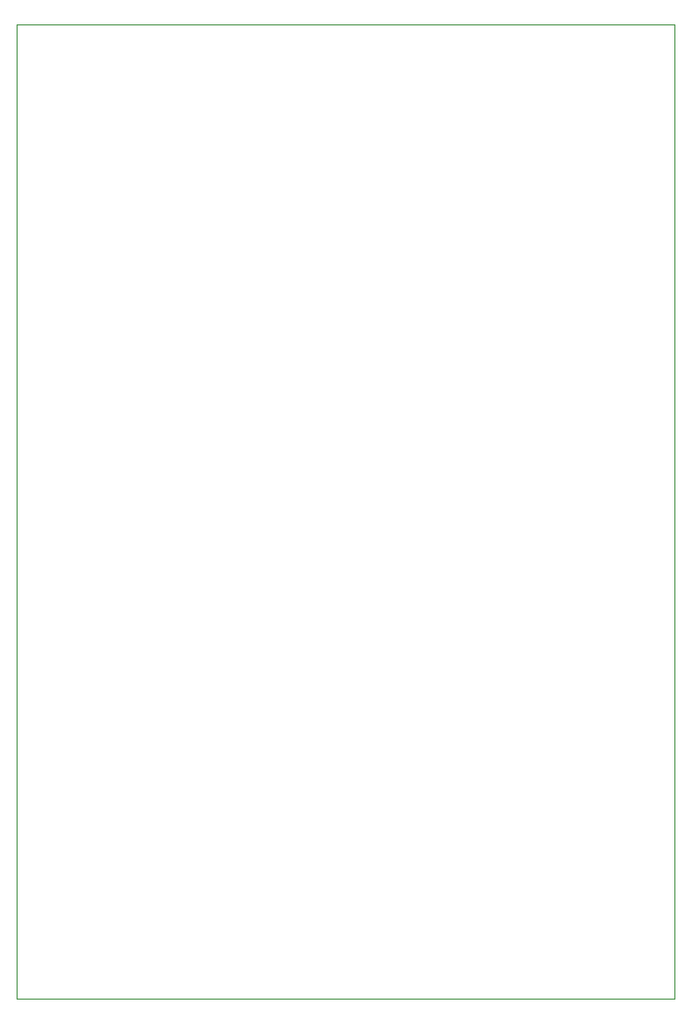
<source format=gbr>
%TF.GenerationSoftware,KiCad,Pcbnew,(7.0.0)*%
%TF.CreationDate,2023-03-18T03:08:11-07:00*%
%TF.ProjectId,Bottom_Board,426f7474-6f6d-45f4-926f-6172642e6b69,0*%
%TF.SameCoordinates,Original*%
%TF.FileFunction,Profile,NP*%
%FSLAX46Y46*%
G04 Gerber Fmt 4.6, Leading zero omitted, Abs format (unit mm)*
G04 Created by KiCad (PCBNEW (7.0.0)) date 2023-03-18 03:08:11*
%MOMM*%
%LPD*%
G01*
G04 APERTURE LIST*
%TA.AperFunction,Profile*%
%ADD10C,0.100000*%
%TD*%
G04 APERTURE END LIST*
D10*
X100000000Y-63000000D02*
X157000000Y-63000000D01*
X157000000Y-63000000D02*
X157000000Y-147500000D01*
X157000000Y-147500000D02*
X100000000Y-147500000D01*
X100000000Y-147500000D02*
X100000000Y-63000000D01*
M02*

</source>
